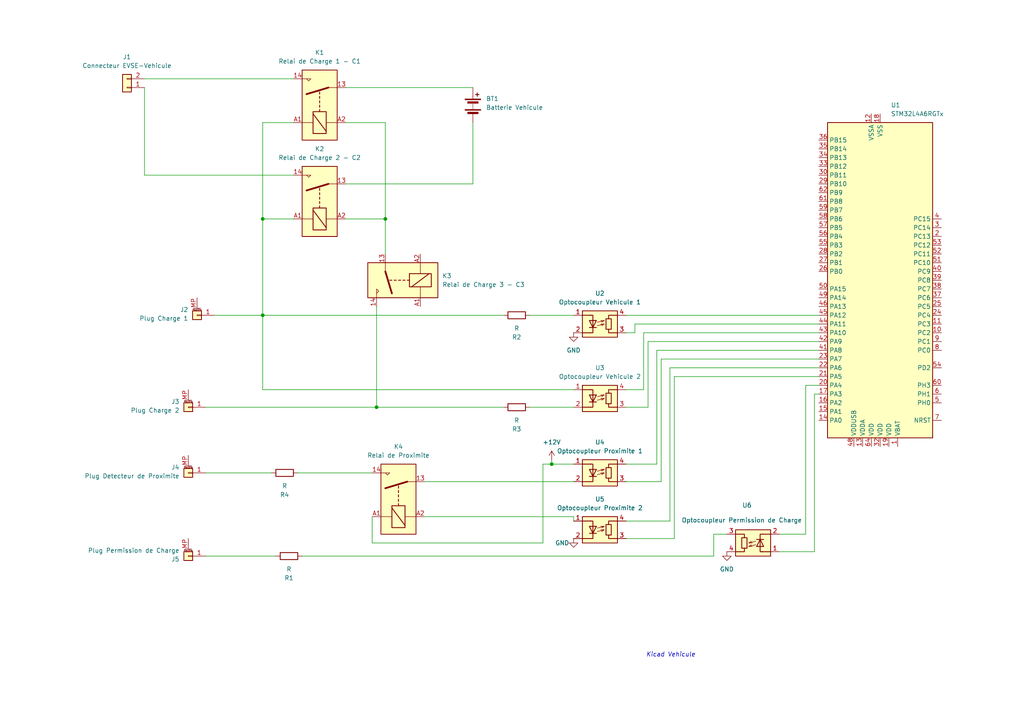
<source format=kicad_sch>
(kicad_sch (version 20250114) (generator "eeschema") (generator_version "9.0")
  (paper "A4")
  (lib_symbols
    (symbol "Connector_Generic:Conn_01x02" (pin_names (offset 1.016) (hide yes))
      (property "Reference" "J" (at 0 2.54 0))
      (property "Value" "Conn_01x02" (at 0 -5.08 0))
      (symbol "Conn_01x02_1_1"
        (rectangle (start -1.27 1.27) (end 1.27 -3.81) (stroke (width 0.254)) (fill (type background)))
        (rectangle (start -1.27 0.127) (end 0 -0.127) (stroke (width 0.1524)))
        (rectangle (start -1.27 -2.413) (end 0 -2.667) (stroke (width 0.1524)))
        (pin passive line (at -5.08 0 0) (length 3.81) (name "Pin_1") (number "1"))
        (pin passive line (at -5.08 -2.54 0) (length 3.81) (name "Pin_2") (number "2"))
      )
    )
    (symbol "Connector_Generic_MountingPin:Conn_01x01_MountingPin" (pin_names (offset 1.016) (hide yes))
      (property "Reference" "J" (at 0 2.54 0))
      (property "Value" "Conn_01x01_MountingPin" (at 1.27 -2.54 0))
      (symbol "Conn_01x01_MountingPin_1_1"
        (rectangle (start -1.27 1.27) (end 1.27 -1.27) (stroke (width 0.254)) (fill (type background)))
        (rectangle (start -1.27 0.127) (end 0 -0.127) (stroke (width 0.1524)))
        (polyline (pts (xy -1.016 -2.032) (xy 1.016 -2.032)) (stroke (width 0.1524)))
        (text "Mounting" (at 0 -1.651 0) (effects (font (size 0.381 0.381))))
        (pin passive line (at -5.08 0 0) (length 3.81) (name "Pin_1") (number "1"))
        (pin passive line (at 0 -5.08 90) (length 3.048) (name "MountPin") (number "MP"))
      )
    )
    (symbol "Device:Battery" (pin_numbers (hide yes)) (pin_names (offset 0) (hide yes))
      (property "Reference" "BT" (at 2.54 2.54 0))
      (property "Value" "Battery" (at 2.54 0 0))
      (symbol "Battery_0_1"
        (rectangle (start -2.286 1.778) (end 2.286 1.524) (fill (type outline)))
        (rectangle (start -2.286 -1.27) (end 2.286 -1.524) (fill (type outline)))
        (rectangle (start -1.524 1.016) (end 1.524 0.508) (fill (type outline)))
        (rectangle (start -1.524 -2.032) (end 1.524 -2.54) (fill (type outline)))
        (polyline (pts (xy 0 1.778) (xy 0 2.54)))
        (polyline (pts (xy 0 0) (xy 0 0.254)))
        (polyline (pts (xy 0 -0.508) (xy 0 -0.254)))
        (polyline (pts (xy 0 -1.016) (xy 0 -0.762)))
        (polyline (pts (xy 0.762 3.048) (xy 1.778 3.048)) (stroke (width 0.254)))
        (polyline (pts (xy 1.27 3.556) (xy 1.27 2.54)) (stroke (width 0.254)))
      )
      (symbol "Battery_1_1"
        (pin passive line (at 0 5.08 270) (length 2.54) (name "+") (number "1"))
        (pin passive line (at 0 -5.08 90) (length 2.54) (name "-") (number "2"))
      )
    )
    (symbol "Device:R" (pin_numbers (hide yes)) (pin_names (offset 0))
      (property "Reference" "R" (at 2.032 0 90))
      (property "Value" "R" (at 0 0 90))
      (symbol "R_0_1"
        (rectangle (start -1.016 -2.54) (end 1.016 2.54) (stroke (width 0.254)))
      )
      (symbol "R_1_1"
        (pin passive line (at 0 3.81 270) (length 1.27) (name "~") (number "1"))
        (pin passive line (at 0 -3.81 90) (length 1.27) (name "~") (number "2"))
      )
    )
    (symbol "Isolator:NSL-32" (pin_names (offset 0.762) (hide yes))
      (property "Reference" "U" (at 0 5.08 0))
      (property "Value" "NSL-32" (at 0 -5.08 0))
      (symbol "NSL-32_0_1"
        (rectangle (start -5.08 3.81) (end 5.08 -3.81) (stroke (width 0.254)) (fill (type background)))
        (polyline (pts (xy -5.08 2.54) (xy -2.54 2.54)) (stroke (width 0.254)))
        (polyline (pts (xy -2.794 -2.54) (xy -5.08 -2.54)) (stroke (width 0.254)))
        (polyline (pts (xy -2.794 -2.54) (xy -2.032 -2.54) (xy -2.032 2.54) (xy -2.794 2.54)) (stroke (width 0.254)))
        (polyline (pts (xy -1.016 1.016) (xy -3.048 1.016) (xy -2.032 -1.016) (xy -1.016 1.016) (xy -1.016 1.016) (xy -1.016 1.016)) (stroke (width 0.254)))
        (polyline (pts (xy -1.016 -1.016) (xy -3.048 -1.016) (xy -3.048 -1.016)) (stroke (width 0.254)))
        (polyline (pts (xy -0.762 0.508) (xy 1.27 1.016) (xy 1.27 1.016)))
        (polyline (pts (xy -0.762 -0.508) (xy 1.27 0) (xy 1.27 0)))
        (polyline (pts (xy 0.254 1.016) (xy 1.27 1.016) (xy 0.508 0.508) (xy 0.508 0.508)))
        (polyline (pts (xy 0.254 0) (xy 1.27 0) (xy 0.508 -0.508) (xy 0.508 -0.508)))
        (rectangle (start 1.778 1.524) (end 3.302 -1.524) (stroke (width 0.254)))
        (polyline (pts (xy 2.54 1.524) (xy 2.54 2.54) (xy 5.08 2.54)) (stroke (width 0.254)))
        (polyline (pts (xy 2.54 -1.524) (xy 2.54 -2.54) (xy 5.08 -2.54)) (stroke (width 0.254)))
      )
      (symbol "NSL-32_1_1"
        (pin passive line (at -7.62 2.54 0) (length 2.54) (name "A") (number "1"))
        (pin passive line (at -7.62 -2.54 0) (length 2.54) (name "K") (number "2"))
        (pin passive line (at 7.62 2.54 180) (length 2.54) (name "R") (number "4"))
        (pin passive line (at 7.62 -2.54 180) (length 2.54) (name "R") (number "3"))
      )
    )
    (symbol "MCU_ST_STM32L4:STM32L4A6RGTx"
      (property "Reference" "U" (at -15.24 46.99 0))
      (property "Value" "STM32L4A6RGTx" (at 10.16 46.99 0))
      (symbol "STM32L4A6RGTx_0_1"
        (rectangle (start -15.24 -45.72) (end 15.24 45.72) (stroke (width 0.254)) (fill (type background)))
      )
      (symbol "STM32L4A6RGTx_1_1"
        (pin input line (at -17.78 40.64 0) (length 2.54) (name "NRST") (number "7"))
        (pin bidirectional line (at -17.78 35.56 0) (length 2.54) (name "PH0") (number "5"))
        (pin bidirectional line (at -17.78 33.02 0) (length 2.54) (name "PH1") (number "6"))
        (pin bidirectional line (at -17.78 30.48 0) (length 2.54) (name "PH3") (number "60"))
        (pin bidirectional line (at -17.78 25.4 0) (length 2.54) (name "PD2") (number "54"))
        (pin bidirectional line (at -17.78 20.32 0) (length 2.54) (name "PC0") (number "8"))
        (pin bidirectional line (at -17.78 17.78 0) (length 2.54) (name "PC1") (number "9"))
        (pin bidirectional line (at -17.78 15.24 0) (length 2.54) (name "PC2") (number "10"))
        (pin bidirectional line (at -17.78 12.7 0) (length 2.54) (name "PC3") (number "11"))
        (pin bidirectional line (at -17.78 10.16 0) (length 2.54) (name "PC4") (number "24"))
        (pin bidirectional line (at -17.78 7.62 0) (length 2.54) (name "PC5") (number "25"))
        (pin bidirectional line (at -17.78 5.08 0) (length 2.54) (name "PC6") (number "37"))
        (pin bidirectional line (at -17.78 2.54 0) (length 2.54) (name "PC7") (number "38"))
        (pin bidirectional line (at -17.78 0 0) (length 2.54) (name "PC8") (number "39"))
        (pin bidirectional line (at -17.78 -2.54 0) (length 2.54) (name "PC9") (number "40"))
        (pin bidirectional line (at -17.78 -5.08 0) (length 2.54) (name "PC10") (number "51"))
        (pin bidirectional line (at -17.78 -7.62 0) (length 2.54) (name "PC11") (number "52"))
        (pin bidirectional line (at -17.78 -10.16 0) (length 2.54) (name "PC12") (number "53"))
        (pin bidirectional line (at -17.78 -12.7 0) (length 2.54) (name "PC13") (number "2"))
        (pin bidirectional line (at -17.78 -15.24 0) (length 2.54) (name "PC14") (number "3"))
        (pin bidirectional line (at -17.78 -17.78 0) (length 2.54) (name "PC15") (number "4"))
        (pin power_in line (at -5.08 48.26 270) (length 2.54) (name "VBAT") (number "1"))
        (pin power_in line (at -2.54 48.26 270) (length 2.54) (name "VDD") (number "19"))
        (pin power_in line (at 0 48.26 270) (length 2.54) (name "VDD") (number "32"))
        (pin power_in line (at 0 -48.26 90) (length 2.54) (name "VSS") (number "18"))
        (pin passive line (at 0 -48.26 90) (length 2.54) (hide yes) (name "VSS") (number "31"))
        (pin passive line (at 0 -48.26 90) (length 2.54) (hide yes) (name "VSS") (number "47"))
        (pin passive line (at 0 -48.26 90) (length 2.54) (hide yes) (name "VSS") (number "63"))
        (pin power_in line (at 2.54 48.26 270) (length 2.54) (name "VDD") (number "64"))
        (pin power_in line (at 2.54 -48.26 90) (length 2.54) (name "VSSA") (number "12"))
        (pin power_in line (at 5.08 48.26 270) (length 2.54) (name "VDDA") (number "13"))
        (pin power_in line (at 7.62 48.26 270) (length 2.54) (name "VDDUSB") (number "48"))
        (pin bidirectional line (at 17.78 40.64 180) (length 2.54) (name "PA0") (number "14"))
        (pin bidirectional line (at 17.78 38.1 180) (length 2.54) (name "PA1") (number "15"))
        (pin bidirectional line (at 17.78 35.56 180) (length 2.54) (name "PA2") (number "16"))
        (pin bidirectional line (at 17.78 33.02 180) (length 2.54) (name "PA3") (number "17"))
        (pin bidirectional line (at 17.78 30.48 180) (length 2.54) (name "PA4") (number "20"))
        (pin bidirectional line (at 17.78 27.94 180) (length 2.54) (name "PA5") (number "21"))
        (pin bidirectional line (at 17.78 25.4 180) (length 2.54) (name "PA6") (number "22"))
        (pin bidirectional line (at 17.78 22.86 180) (length 2.54) (name "PA7") (number "23"))
        (pin bidirectional line (at 17.78 20.32 180) (length 2.54) (name "PA8") (number "41"))
        (pin bidirectional line (at 17.78 17.78 180) (length 2.54) (name "PA9") (number "42"))
        (pin bidirectional line (at 17.78 15.24 180) (length 2.54) (name "PA10") (number "43"))
        (pin bidirectional line (at 17.78 12.7 180) (length 2.54) (name "PA11") (number "44"))
        (pin bidirectional line (at 17.78 10.16 180) (length 2.54) (name "PA12") (number "45"))
        (pin bidirectional line (at 17.78 7.62 180) (length 2.54) (name "PA13") (number "46"))
        (pin bidirectional line (at 17.78 5.08 180) (length 2.54) (name "PA14") (number "49"))
        (pin bidirectional line (at 17.78 2.54 180) (length 2.54) (name "PA15") (number "50"))
        (pin bidirectional line (at 17.78 -2.54 180) (length 2.54) (name "PB0") (number "26"))
        (pin bidirectional line (at 17.78 -5.08 180) (length 2.54) (name "PB1") (number "27"))
        (pin bidirectional line (at 17.78 -7.62 180) (length 2.54) (name "PB2") (number "28"))
        (pin bidirectional line (at 17.78 -10.16 180) (length 2.54) (name "PB3") (number "55"))
        (pin bidirectional line (at 17.78 -12.7 180) (length 2.54) (name "PB4") (number "56"))
        (pin bidirectional line (at 17.78 -15.24 180) (length 2.54) (name "PB5") (number "57"))
        (pin bidirectional line (at 17.78 -17.78 180) (length 2.54) (name "PB6") (number "58"))
        (pin bidirectional line (at 17.78 -20.32 180) (length 2.54) (name "PB7") (number "59"))
        (pin bidirectional line (at 17.78 -22.86 180) (length 2.54) (name "PB8") (number "61"))
        (pin bidirectional line (at 17.78 -25.4 180) (length 2.54) (name "PB9") (number "62"))
        (pin bidirectional line (at 17.78 -27.94 180) (length 2.54) (name "PB10") (number "29"))
        (pin bidirectional line (at 17.78 -30.48 180) (length 2.54) (name "PB11") (number "30"))
        (pin bidirectional line (at 17.78 -33.02 180) (length 2.54) (name "PB12") (number "33"))
        (pin bidirectional line (at 17.78 -35.56 180) (length 2.54) (name "PB13") (number "34"))
        (pin bidirectional line (at 17.78 -38.1 180) (length 2.54) (name "PB14") (number "35"))
        (pin bidirectional line (at 17.78 -40.64 180) (length 2.54) (name "PB15") (number "36"))
      )
    )
    (symbol "Relay:Fujitsu_FTR-LYAA005x"
      (property "Reference" "K" (at 11.43 3.81 0))
      (property "Value" "Fujitsu_FTR-LYAA005x" (at 11.43 1.27 0))
      (symbol "Fujitsu_FTR-LYAA005x_0_0"
        (polyline (pts (xy 7.62 5.08) (xy 7.62 2.54) (xy 6.985 3.175) (xy 7.62 3.81)))
      )
      (symbol "Fujitsu_FTR-LYAA005x_0_1"
        (rectangle (start -10.16 5.08) (end 10.16 -5.08) (stroke (width 0.254)) (fill (type background)))
        (rectangle (start -8.255 1.905) (end -1.905 -1.905) (stroke (width 0.254)))
        (polyline (pts (xy -7.62 -1.905) (xy -2.54 1.905)) (stroke (width 0.254)))
        (polyline (pts (xy -5.08 5.08) (xy -5.08 1.905)))
        (polyline (pts (xy -5.08 -5.08) (xy -5.08 -1.905)))
        (polyline (pts (xy -1.905 0) (xy -1.27 0)) (stroke (width 0.254)))
        (polyline (pts (xy -0.635 0) (xy 0 0)) (stroke (width 0.254)))
        (polyline (pts (xy 0.635 0) (xy 1.27 0)) (stroke (width 0.254)))
        (polyline (pts (xy 1.905 0) (xy 2.54 0)) (stroke (width 0.254)))
        (polyline (pts (xy 3.175 0) (xy 3.81 0)) (stroke (width 0.254)))
        (polyline (pts (xy 5.08 -2.54) (xy 3.175 3.81)) (stroke (width 0.508)))
        (polyline (pts (xy 5.08 -2.54) (xy 5.08 -5.08)))
      )
      (symbol "Fujitsu_FTR-LYAA005x_1_1"
        (pin passive line (at -5.08 7.62 270) (length 2.54) (name "~") (number "A1"))
        (pin passive line (at -5.08 -7.62 90) (length 2.54) (name "~") (number "A2"))
        (pin passive line (at 5.08 -7.62 90) (length 2.54) (name "~") (number "13"))
        (pin passive line (at 7.62 7.62 270) (length 2.54) (name "~") (number "14"))
      )
    )
    (symbol "power:+12V" (power) (pin_numbers (hide yes)) (pin_names (offset 0) (hide yes))
      (property "Value" "+12V" (at 0 3.556 0))
      (symbol "+12V_0_1"
        (polyline (pts (xy -0.762 1.27) (xy 0 2.54)))
        (polyline (pts (xy 0 2.54) (xy 0.762 1.27)))
        (polyline (pts (xy 0 0) (xy 0 2.54)))
      )
      (symbol "+12V_1_1"
        (pin power_in line (at 0 0 90) (length 0) (name "~") (number "1"))
      )
    )
    (symbol "power:GND" (power) (pin_numbers (hide yes)) (pin_names (offset 0) (hide yes))
      (property "Value" "GND" (at 0 -3.81 0))
      (symbol "GND_0_1"
        (polyline (pts (xy 0 0) (xy 0 -1.27) (xy 1.27 -1.27) (xy 0 -2.54) (xy -1.27 -1.27) (xy 0 -1.27)))
      )
      (symbol "GND_1_1"
        (pin power_in line (at 0 0 270) (length 0) (name "~") (number "1"))
      )
    )
  )
  (text "Kicad Vehicule" (at 194.564 189.992 0) (effects (font (size 1.27 1.27) (italic yes))))
  (junction (at 109.22 118.11))
  (junction (at 76.2 91.44))
  (junction (at 76.2 63.5))
  (junction (at 111.76 63.5))
  (junction (at 160.02 134.62))
  (wire (pts (xy 76.2 91.44) (xy 146.05 91.44)))
  (wire (pts (xy 85.09 35.56) (xy 76.2 35.56)))
  (wire (pts (xy 207.01 161.29) (xy 207.01 154.94)))
  (wire (pts (xy 226.06 154.94) (xy 233.68 154.94)))
  (wire (pts (xy 181.61 134.62) (xy 190.5 134.62)))
  (wire (pts (xy 86.36 137.16) (xy 107.95 137.16)))
  (wire (pts (xy 166.37 149.86) (xy 166.37 151.13)))
  (wire (pts (xy 76.2 63.5) (xy 76.2 91.44)))
  (wire (pts (xy 137.16 53.34) (xy 137.16 35.56)))
  (wire (pts (xy 76.2 63.5) (xy 85.09 63.5)))
  (wire (pts (xy 160.02 134.62) (xy 160.02 133.35)))
  (wire (pts (xy 181.61 91.44) (xy 237.49 91.44)))
  (wire (pts (xy 210.82 154.94) (xy 207.01 154.94)))
  (wire (pts (xy 166.37 149.86) (xy 123.19 149.86)))
  (wire (pts (xy 207.01 161.29) (xy 87.63 161.29)))
  (wire (pts (xy 190.5 101.6) (xy 237.49 101.6)))
  (wire (pts (xy 100.33 53.34) (xy 137.16 53.34)))
  (wire (pts (xy 166.37 113.03) (xy 76.2 113.03)))
  (wire (pts (xy 41.91 50.8) (xy 85.09 50.8)))
  (wire (pts (xy 187.96 118.11) (xy 187.96 99.06)))
  (wire (pts (xy 233.68 154.94) (xy 233.68 111.76)))
  (wire (pts (xy 194.31 106.68) (xy 237.49 106.68)))
  (wire (pts (xy 194.31 151.13) (xy 194.31 106.68)))
  (wire (pts (xy 146.05 118.11) (xy 109.22 118.11)))
  (wire (pts (xy 181.61 96.52) (xy 184.15 96.52)))
  (wire (pts (xy 59.69 137.16) (xy 78.74 137.16)))
  (wire (pts (xy 157.48 157.48) (xy 157.48 134.62)))
  (wire (pts (xy 153.67 118.11) (xy 166.37 118.11)))
  (wire (pts (xy 62.23 91.44) (xy 76.2 91.44)))
  (wire (pts (xy 190.5 134.62) (xy 190.5 101.6)))
  (wire (pts (xy 107.95 157.48) (xy 157.48 157.48)))
  (wire (pts (xy 236.22 160.02) (xy 236.22 114.3)))
  (wire (pts (xy 153.67 91.44) (xy 166.37 91.44)))
  (wire (pts (xy 111.76 63.5) (xy 111.76 73.66)))
  (wire (pts (xy 160.02 134.62) (xy 166.37 134.62)))
  (wire (pts (xy 226.06 160.02) (xy 236.22 160.02)))
  (wire (pts (xy 59.69 118.11) (xy 109.22 118.11)))
  (wire (pts (xy 195.58 156.21) (xy 181.61 156.21)))
  (wire (pts (xy 181.61 151.13) (xy 194.31 151.13)))
  (wire (pts (xy 187.96 99.06) (xy 237.49 99.06)))
  (wire (pts (xy 100.33 25.4) (xy 137.16 25.4)))
  (wire (pts (xy 111.76 35.56) (xy 111.76 63.5)))
  (wire (pts (xy 76.2 35.56) (xy 76.2 63.5)))
  (wire (pts (xy 237.49 109.22) (xy 195.58 109.22)))
  (wire (pts (xy 41.91 22.86) (xy 85.09 22.86)))
  (wire (pts (xy 191.77 139.7) (xy 181.61 139.7)))
  (wire (pts (xy 186.69 113.03) (xy 186.69 96.52)))
  (wire (pts (xy 186.69 96.52) (xy 237.49 96.52)))
  (wire (pts (xy 236.22 114.3) (xy 237.49 114.3)))
  (wire (pts (xy 237.49 104.14) (xy 191.77 104.14)))
  (wire (pts (xy 233.68 111.76) (xy 237.49 111.76)))
  (wire (pts (xy 123.19 139.7) (xy 166.37 139.7)))
  (wire (pts (xy 181.61 113.03) (xy 186.69 113.03)))
  (wire (pts (xy 100.33 35.56) (xy 111.76 35.56)))
  (wire (pts (xy 157.48 134.62) (xy 160.02 134.62)))
  (wire (pts (xy 76.2 91.44) (xy 76.2 113.03)))
  (wire (pts (xy 100.33 63.5) (xy 111.76 63.5)))
  (wire (pts (xy 109.22 88.9) (xy 109.22 118.11)))
  (wire (pts (xy 184.15 96.52) (xy 184.15 93.98)))
  (wire (pts (xy 80.01 161.29) (xy 59.69 161.29)))
  (wire (pts (xy 184.15 93.98) (xy 237.49 93.98)))
  (wire (pts (xy 191.77 104.14) (xy 191.77 139.7)))
  (wire (pts (xy 107.95 149.86) (xy 107.95 157.48)))
  (wire (pts (xy 41.91 25.4) (xy 41.91 50.8)))
  (wire (pts (xy 181.61 118.11) (xy 187.96 118.11)))
  (wire (pts (xy 195.58 109.22) (xy 195.58 156.21)))
  (symbol (lib_id "Isolator:NSL-32") (at 173.99 115.57 0) (unit 1)
    (property "Reference" "U3" (at 173.99 106.68 0))
    (property "Value" "Optocoupleur Vehicule 2" (at 173.99 109.22 0))
    (property "Footprint" "OptoDevice:OnSemi_CASE100CY" (effects (hide yes)))
    (property "Datasheet" "http://lunainc.com/wp-content/uploads/2016/06/NSL-32.pdf" (effects (hide yes)))
    (property "Description" "Optocoupler, LED Input, Photocell Output" (effects (hide yes)))
  )
  (symbol (lib_id "Connector_Generic:Conn_01x02") (at 36.83 25.4 180) (unit 1)
    (property "Reference" "J1" (at 36.83 16.51 0))
    (property "Value" "Connecteur EVSE-Vehicule" (at 36.83 19.05 0))
    (property "Footprint" "Connector:Banana_Cliff_FCR7350B_S16N-PC_Horizontal" (effects (hide yes)))
    (property "Description" "Generic connector, single row, 01x02, script generated (kicad-library-utils/schlib/autogen/connector/)" (effects (hide yes)))
  )
  (symbol (lib_id "Device:R") (at 149.86 118.11 270) (unit 1)
    (property "Reference" "R3" (at 149.86 124.46 90))
    (property "Value" "R" (at 149.86 121.92 90))
    (property "Footprint" "Resistor_SMD:R_0201_0603Metric" (effects (hide yes)))
    (property "Description" "Resistor" (effects (hide yes)))
  )
  (symbol (lib_id "Connector_Generic_MountingPin:Conn_01x01_MountingPin") (at 54.61 161.29 180) (unit 1)
    (property "Reference" "J5" (at 52.07 162.2045 0) (effects (justify left)))
    (property "Value" "Plug Permission de Charge" (at 52.07 159.6645 0) (effects (justify left)))
    (property "Footprint" "Connector_BarrelJack:BarrelJack_CUI_PJ-063AH_Horizontal" (effects (hide yes)))
    (property "Description" "Generic connectable mounting pin connector, single row, 01x01, script generated (kicad-library-utils/schlib/autogen/connector/)" (effects (hide yes)))
  )
  (symbol (lib_id "Device:R") (at 83.82 161.29 270) (unit 1)
    (property "Reference" "R1" (at 83.82 167.64 90))
    (property "Value" "R" (at 83.82 165.1 90))
    (property "Footprint" "Resistor_SMD:R_0201_0603Metric" (effects (hide yes)))
    (property "Description" "Resistor" (effects (hide yes)))
  )
  (symbol (lib_id "power:GND") (at 166.37 156.21 0) (unit 1)
    (property "Reference" "#PWR04" (effects (hide yes)))
    (property "Value" "GND" (at 163.068 157.48 0))
    (property "Description" "Power symbol creates a global label with name \"GND\" , ground" (effects (hide yes)))
  )
  (symbol (lib_id "Relay:Fujitsu_FTR-LYAA005x") (at 116.84 81.28 180) (unit 1)
    (property "Reference" "K3" (at 128.27 80.0099 0) (effects (justify right)))
    (property "Value" "Relai de Charge 3 - C3" (at 128.27 82.5499 0) (effects (justify right)))
    (property "Footprint" "Relay_THT:Relay_SPDT_Finder_40.31" (effects (hide yes)))
    (property "Datasheet" "https://www.fujitsu.com/sg/imagesgig5/ftr-ly.pdf" (effects (hide yes)))
    (property "Description" "Relay, SPST Form A, vertical mount, 5-60V coil, 6A, 250VAC, 28 x 5 x 15mm" (effects (hide yes)))
  )
  (symbol (lib_id "Device:Battery") (at 137.16 30.48 0) (unit 1)
    (property "Reference" "BT1" (at 140.97 28.6384 0) (effects (justify left)))
    (property "Value" "Batterie Vehicule" (at 140.97 31.1784 0) (effects (justify left)))
    (property "Footprint" "Battery:BatteryHolder_Keystone_2479_3xAAA" (effects (hide yes)))
    (property "Description" "Multiple-cell battery" (effects (hide yes)))
  )
  (symbol (lib_id "power:GND") (at 166.37 96.52 0) (unit 1)
    (property "Reference" "#PWR02" (effects (hide yes)))
    (property "Value" "GND" (at 166.37 101.6 0))
    (property "Description" "Power symbol creates a global label with name \"GND\" , ground" (effects (hide yes)))
  )
  (symbol (lib_id "Connector_Generic_MountingPin:Conn_01x01_MountingPin") (at 54.61 137.16 180) (unit 1)
    (property "Reference" "J4" (at 52.07 135.5343 0) (effects (justify left)))
    (property "Value" "Plug Detecteur de Proximite" (at 52.07 138.0743 0) (effects (justify left)))
    (property "Footprint" "Connector_BarrelJack:BarrelJack_CUI_PJ-063AH_Horizontal" (effects (hide yes)))
    (property "Description" "Generic connectable mounting pin connector, single row, 01x01, script generated (kicad-library-utils/schlib/autogen/connector/)" (effects (hide yes)))
  )
  (symbol (lib_id "Connector_Generic_MountingPin:Conn_01x01_MountingPin") (at 57.15 91.44 180) (unit 1)
    (property "Reference" "J2" (at 54.61 89.8143 0) (effects (justify left)))
    (property "Value" "Plug Charge 1" (at 54.61 92.3543 0) (effects (justify left)))
    (property "Footprint" "Connector:Banana_Cliff_FCR7350B_S16N-PC_Horizontal" (effects (hide yes)))
    (property "Description" "Generic connectable mounting pin connector, single row, 01x01, script generated (kicad-library-utils/schlib/autogen/connector/)" (effects (hide yes)))
  )
  (symbol (lib_id "Relay:Fujitsu_FTR-LYAA005x") (at 92.71 58.42 90) (unit 1)
    (property "Reference" "K2" (at 92.71 43.18 90))
    (property "Value" "Relai de Charge 2 - C2" (at 92.71 45.72 90))
    (property "Footprint" "Relay_THT:Relay_SPDT_Finder_40.31" (effects (hide yes)))
    (property "Datasheet" "https://www.fujitsu.com/sg/imagesgig5/ftr-ly.pdf" (effects (hide yes)))
    (property "Description" "Relay, SPST Form A, vertical mount, 5-60V coil, 6A, 250VAC, 28 x 5 x 15mm" (effects (hide yes)))
  )
  (symbol (lib_id "Isolator:NSL-32") (at 173.99 153.67 0) (unit 1)
    (property "Reference" "U5" (at 173.99 144.78 0))
    (property "Value" "Optocoupleur Proximite 2" (at 173.99 147.32 0))
    (property "Footprint" "OptoDevice:OnSemi_CASE100CY" (effects (hide yes)))
    (property "Datasheet" "http://lunainc.com/wp-content/uploads/2016/06/NSL-32.pdf" (effects (hide yes)))
    (property "Description" "Optocoupler, LED Input, Photocell Output" (effects (hide yes)))
  )
  (symbol (lib_id "Device:R") (at 149.86 91.44 270) (unit 1)
    (property "Reference" "R2" (at 149.86 97.79 90))
    (property "Value" "R" (at 149.86 95.25 90))
    (property "Footprint" "Resistor_SMD:R_0201_0603Metric" (effects (hide yes)))
    (property "Description" "Resistor" (effects (hide yes)))
  )
  (symbol (lib_id "Relay:Fujitsu_FTR-LYAA005x") (at 115.57 144.78 90) (unit 1)
    (property "Reference" "K4" (at 115.57 129.54 90))
    (property "Value" "Relai de Proximite" (at 115.57 132.08 90))
    (property "Footprint" "Relay_THT:Relay_SPDT_Finder_40.31" (effects (hide yes)))
    (property "Datasheet" "https://www.fujitsu.com/sg/imagesgig5/ftr-ly.pdf" (effects (hide yes)))
    (property "Description" "Relay, SPST Form A, vertical mount, 5-60V coil, 6A, 250VAC, 28 x 5 x 15mm" (effects (hide yes)))
  )
  (symbol (lib_id "power:+12V") (at 160.02 133.35 0) (unit 1)
    (property "Reference" "#PWR03" (effects (hide yes)))
    (property "Value" "+12V" (at 160.02 128.27 0))
    (property "Description" "Power symbol creates a global label with name \"+12V\"" (effects (hide yes)))
  )
  (symbol (lib_id "Isolator:NSL-32") (at 173.99 93.98 0) (unit 1)
    (property "Reference" "U2" (at 173.99 85.09 0))
    (property "Value" "Optocoupleur Vehicule 1" (at 173.99 87.63 0))
    (property "Footprint" "OptoDevice:OnSemi_CASE100CY" (effects (hide yes)))
    (property "Datasheet" "http://lunainc.com/wp-content/uploads/2016/06/NSL-32.pdf" (effects (hide yes)))
    (property "Description" "Optocoupler, LED Input, Photocell Output" (effects (hide yes)))
  )
  (symbol (lib_id "MCU_ST_STM32L4:STM32L4A6RGTx") (at 255.27 81.28 180) (unit 1)
    (property "Reference" "U1" (at 258.3881 30.48 0) (effects (justify right)))
    (property "Value" "STM32L4A6RGTx" (at 258.3881 33.02 0) (effects (justify right)))
    (property "Footprint" "Package_QFP:LQFP-64_10x10mm_P0.5mm" (effects (hide yes)))
    (property "Datasheet" "https://www.st.com/resource/en/datasheet/stm32l4a6rg.pdf" (effects (hide yes)))
    (property "Description" "STMicroelectronics Arm Cortex-M4 MCU, 1024KB flash, 320KB RAM, 80 MHz, 1.71-3.6V, 52 GPIO, LQFP64" (effects (hide yes)))
  )
  (symbol (lib_id "Connector_Generic_MountingPin:Conn_01x01_MountingPin") (at 54.61 118.11 180) (unit 1)
    (property "Reference" "J3" (at 52.07 116.4843 0) (effects (justify left)))
    (property "Value" "Plug Charge 2" (at 52.07 119.0243 0) (effects (justify left)))
    (property "Footprint" "Connector:Banana_Cliff_FCR7350B_S16N-PC_Horizontal" (effects (hide yes)))
    (property "Description" "Generic connectable mounting pin connector, single row, 01x01, script generated (kicad-library-utils/schlib/autogen/connector/)" (effects (hide yes)))
  )
  (symbol (lib_id "Device:R") (at 82.55 137.16 270) (unit 1)
    (property "Reference" "R4" (at 82.55 143.51 90))
    (property "Value" "R" (at 82.55 140.97 90))
    (property "Footprint" "Resistor_SMD:R_0201_0603Metric" (effects (hide yes)))
    (property "Description" "Resistor" (effects (hide yes)))
  )
  (symbol (lib_id "Relay:Fujitsu_FTR-LYAA005x") (at 92.71 30.48 90) (unit 1)
    (property "Reference" "K1" (at 92.71 15.24 90))
    (property "Value" "Relai de Charge 1 - C1" (at 92.71 17.78 90))
    (property "Footprint" "Relay_THT:Relay_SPDT_Finder_40.31" (effects (hide yes)))
    (property "Datasheet" "https://www.fujitsu.com/sg/imagesgig5/ftr-ly.pdf" (effects (hide yes)))
    (property "Description" "Relay, SPST Form A, vertical mount, 5-60V coil, 6A, 250VAC, 28 x 5 x 15mm" (effects (hide yes)))
  )
  (symbol (lib_id "Isolator:NSL-32") (at 173.99 137.16 0) (unit 1)
    (property "Reference" "U4" (at 173.99 128.27 0))
    (property "Value" "Optocoupleur Proximite 1" (at 173.99 130.81 0))
    (property "Footprint" "OptoDevice:OnSemi_CASE100CY" (effects (hide yes)))
    (property "Datasheet" "http://lunainc.com/wp-content/uploads/2016/06/NSL-32.pdf" (effects (hide yes)))
    (property "Description" "Optocoupler, LED Input, Photocell Output" (effects (hide yes)))
  )
  (symbol (lib_id "power:GND") (at 210.82 160.02 0) (unit 1)
    (property "Reference" "#PWR01" (effects (hide yes)))
    (property "Value" "GND" (at 210.82 165.1 0))
    (property "Description" "Power symbol creates a global label with name \"GND\" , ground" (effects (hide yes)))
  )
  (symbol (lib_id "Isolator:NSL-32") (at 218.44 157.48 180) (unit 1)
    (property "Reference" "U6" (at 216.662 146.558 0))
    (property "Value" "Optocoupleur Permission de Charge" (at 215.138 150.876 0))
    (property "Footprint" "OptoDevice:OnSemi_CASE100CY" (effects (hide yes)))
    (property "Datasheet" "http://lunainc.com/wp-content/uploads/2016/06/NSL-32.pdf" (effects (hide yes)))
    (property "Description" "Optocoupler, LED Input, Photocell Output" (effects (hide yes)))
  )
)
</source>
